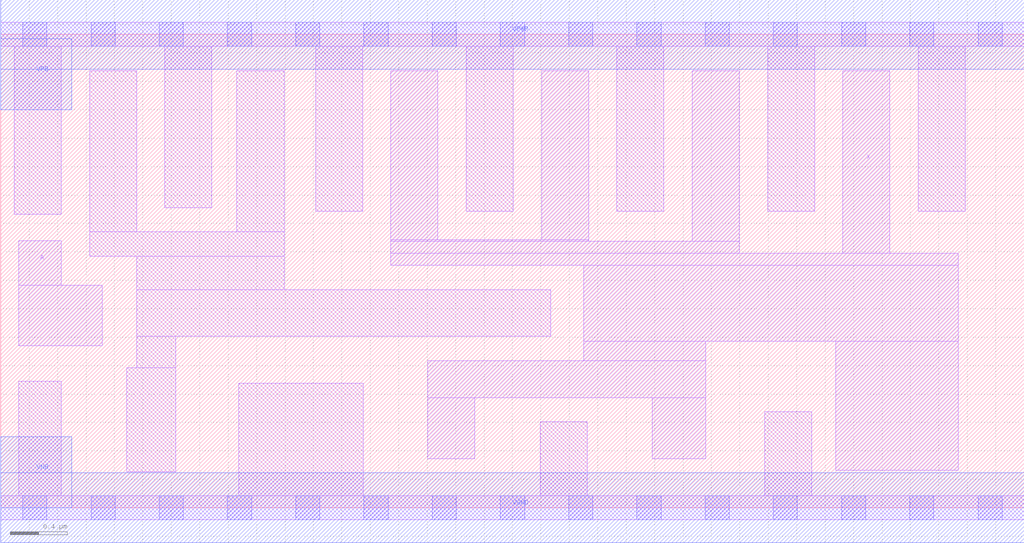
<source format=lef>
# Copyright 2020 The SkyWater PDK Authors
#
# Licensed under the Apache License, Version 2.0 (the "License");
# you may not use this file except in compliance with the License.
# You may obtain a copy of the License at
#
#     https://www.apache.org/licenses/LICENSE-2.0
#
# Unless required by applicable law or agreed to in writing, software
# distributed under the License is distributed on an "AS IS" BASIS,
# WITHOUT WARRANTIES OR CONDITIONS OF ANY KIND, either express or implied.
# See the License for the specific language governing permissions and
# limitations under the License.
#
# SPDX-License-Identifier: Apache-2.0

VERSION 5.5 ;
NAMESCASESENSITIVE ON ;
BUSBITCHARS "[]" ;
DIVIDERCHAR "/" ;
MACRO sky130_fd_sc_lp__clkbuflp_8
  CLASS CORE ;
  SOURCE USER ;
  ORIGIN  0.000000  0.000000 ;
  SIZE  7.200000 BY  3.330000 ;
  SYMMETRY X Y R90 ;
  SITE unit ;
  PIN A
    ANTENNAGATEAREA  1.384000 ;
    DIRECTION INPUT ;
    USE SIGNAL ;
    PORT
      LAYER li1 ;
        RECT 0.125000 1.140000 0.715000 1.565000 ;
        RECT 0.125000 1.565000 0.425000 1.880000 ;
    END
  END A
  PIN X
    ANTENNADIFFAREA  1.428000 ;
    DIRECTION OUTPUT ;
    USE SIGNAL ;
    PORT
      LAYER li1 ;
        RECT 2.745000 1.705000 6.735000 1.790000 ;
        RECT 2.745000 1.790000 5.195000 1.875000 ;
        RECT 2.745000 1.875000 4.135000 1.885000 ;
        RECT 2.745000 1.885000 3.075000 3.075000 ;
        RECT 3.005000 0.345000 3.335000 0.775000 ;
        RECT 3.005000 0.775000 4.960000 1.035000 ;
        RECT 3.805000 1.885000 4.135000 3.075000 ;
        RECT 4.100000 1.035000 4.960000 1.170000 ;
        RECT 4.100000 1.170000 6.735000 1.705000 ;
        RECT 4.585000 0.345000 4.960000 0.775000 ;
        RECT 4.865000 1.875000 5.195000 3.075000 ;
        RECT 5.875000 0.265000 6.735000 1.170000 ;
        RECT 5.925000 1.790000 6.255000 3.075000 ;
    END
  END X
  PIN VGND
    DIRECTION INOUT ;
    USE GROUND ;
    PORT
      LAYER met1 ;
        RECT 0.000000 -0.245000 7.200000 0.245000 ;
    END
  END VGND
  PIN VNB
    DIRECTION INOUT ;
    USE GROUND ;
    PORT
    END
  END VNB
  PIN VPB
    DIRECTION INOUT ;
    USE POWER ;
    PORT
    END
  END VPB
  PIN VNB
    DIRECTION INOUT ;
    USE GROUND ;
    PORT
      LAYER met1 ;
        RECT 0.000000 0.000000 0.500000 0.500000 ;
    END
  END VNB
  PIN VPB
    DIRECTION INOUT ;
    USE POWER ;
    PORT
      LAYER met1 ;
        RECT 0.000000 2.800000 0.500000 3.300000 ;
    END
  END VPB
  PIN VPWR
    DIRECTION INOUT ;
    USE POWER ;
    PORT
      LAYER met1 ;
        RECT 0.000000 3.085000 7.200000 3.575000 ;
    END
  END VPWR
  OBS
    LAYER li1 ;
      RECT 0.000000 -0.085000 7.200000 0.085000 ;
      RECT 0.000000  3.245000 7.200000 3.415000 ;
      RECT 0.095000  2.065000 0.425000 3.245000 ;
      RECT 0.125000  0.085000 0.425000 0.890000 ;
      RECT 0.625000  1.770000 1.995000 1.940000 ;
      RECT 0.625000  1.940000 0.955000 3.075000 ;
      RECT 0.885000  0.255000 1.230000 0.985000 ;
      RECT 0.955000  0.985000 1.230000 1.205000 ;
      RECT 0.955000  1.205000 3.870000 1.535000 ;
      RECT 0.955000  1.535000 1.995000 1.770000 ;
      RECT 1.155000  2.110000 1.485000 3.245000 ;
      RECT 1.660000  1.940000 1.995000 3.075000 ;
      RECT 1.675000  0.085000 2.550000 0.875000 ;
      RECT 2.215000  2.085000 2.545000 3.245000 ;
      RECT 3.275000  2.085000 3.605000 3.245000 ;
      RECT 3.795000  0.085000 4.125000 0.605000 ;
      RECT 4.335000  2.085000 4.665000 3.245000 ;
      RECT 5.375000  0.085000 5.705000 0.675000 ;
      RECT 5.395000  2.085000 5.725000 3.245000 ;
      RECT 6.455000  2.085000 6.785000 3.245000 ;
    LAYER mcon ;
      RECT 0.155000 -0.085000 0.325000 0.085000 ;
      RECT 0.155000  3.245000 0.325000 3.415000 ;
      RECT 0.635000 -0.085000 0.805000 0.085000 ;
      RECT 0.635000  3.245000 0.805000 3.415000 ;
      RECT 1.115000 -0.085000 1.285000 0.085000 ;
      RECT 1.115000  3.245000 1.285000 3.415000 ;
      RECT 1.595000 -0.085000 1.765000 0.085000 ;
      RECT 1.595000  3.245000 1.765000 3.415000 ;
      RECT 2.075000 -0.085000 2.245000 0.085000 ;
      RECT 2.075000  3.245000 2.245000 3.415000 ;
      RECT 2.555000 -0.085000 2.725000 0.085000 ;
      RECT 2.555000  3.245000 2.725000 3.415000 ;
      RECT 3.035000 -0.085000 3.205000 0.085000 ;
      RECT 3.035000  3.245000 3.205000 3.415000 ;
      RECT 3.515000 -0.085000 3.685000 0.085000 ;
      RECT 3.515000  3.245000 3.685000 3.415000 ;
      RECT 3.995000 -0.085000 4.165000 0.085000 ;
      RECT 3.995000  3.245000 4.165000 3.415000 ;
      RECT 4.475000 -0.085000 4.645000 0.085000 ;
      RECT 4.475000  3.245000 4.645000 3.415000 ;
      RECT 4.955000 -0.085000 5.125000 0.085000 ;
      RECT 4.955000  3.245000 5.125000 3.415000 ;
      RECT 5.435000 -0.085000 5.605000 0.085000 ;
      RECT 5.435000  3.245000 5.605000 3.415000 ;
      RECT 5.915000 -0.085000 6.085000 0.085000 ;
      RECT 5.915000  3.245000 6.085000 3.415000 ;
      RECT 6.395000 -0.085000 6.565000 0.085000 ;
      RECT 6.395000  3.245000 6.565000 3.415000 ;
      RECT 6.875000 -0.085000 7.045000 0.085000 ;
      RECT 6.875000  3.245000 7.045000 3.415000 ;
  END
END sky130_fd_sc_lp__clkbuflp_8
END LIBRARY

</source>
